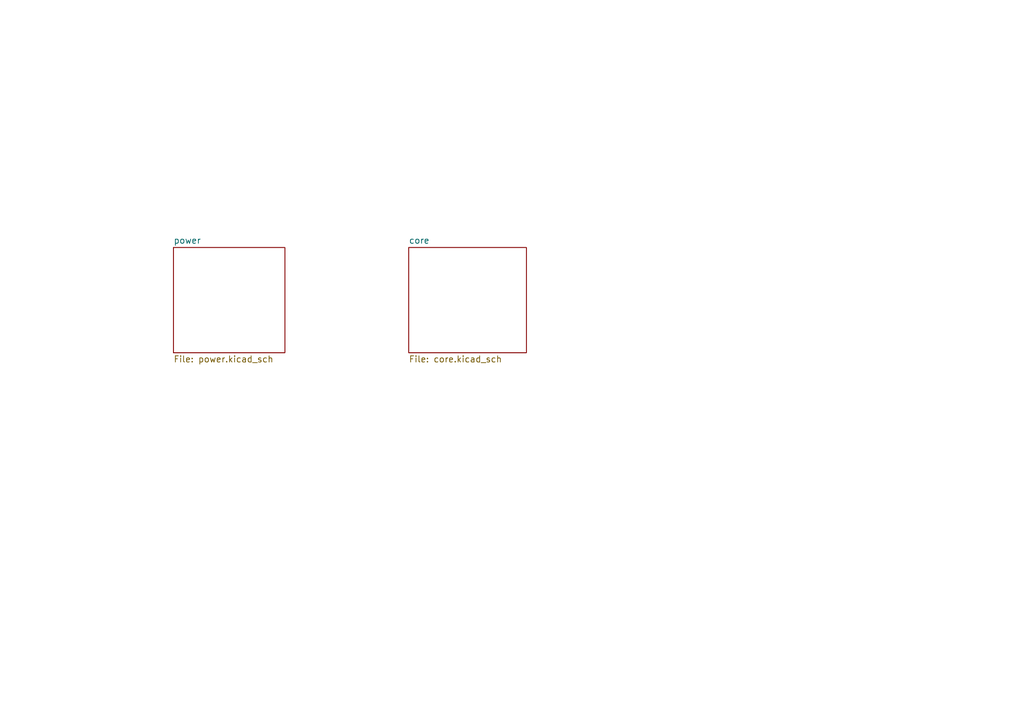
<source format=kicad_sch>
(kicad_sch
	(version 20250114)
	(generator "eeschema")
	(generator_version "9.0")
	(uuid "26aa5f2b-85c3-4c29-ab24-8349abfb6cd3")
	(paper "A5")
	(lib_symbols)
	(sheet
		(at 83.82 50.8)
		(size 24.13 21.59)
		(exclude_from_sim no)
		(in_bom yes)
		(on_board yes)
		(dnp no)
		(fields_autoplaced yes)
		(stroke
			(width 0.1524)
			(type solid)
		)
		(fill
			(color 0 0 0 0.0000)
		)
		(uuid "c43fb86a-db17-4bf6-8de8-c92205343498")
		(property "Sheetname" "core"
			(at 83.82 50.0884 0)
			(effects
				(font
					(size 1.27 1.27)
				)
				(justify left bottom)
			)
		)
		(property "Sheetfile" "core.kicad_sch"
			(at 83.82 72.9746 0)
			(effects
				(font
					(size 1.27 1.27)
				)
				(justify left top)
			)
		)
		(instances
			(project "max5719_breakout"
				(path "/26aa5f2b-85c3-4c29-ab24-8349abfb6cd3"
					(page "3")
				)
			)
		)
	)
	(sheet
		(at 35.56 50.8)
		(size 22.86 21.59)
		(exclude_from_sim no)
		(in_bom yes)
		(on_board yes)
		(dnp no)
		(fields_autoplaced yes)
		(stroke
			(width 0.1524)
			(type solid)
		)
		(fill
			(color 0 0 0 0.0000)
		)
		(uuid "e98c0b17-331c-419c-be97-dca62704c405")
		(property "Sheetname" "power"
			(at 35.56 50.0884 0)
			(effects
				(font
					(size 1.27 1.27)
				)
				(justify left bottom)
			)
		)
		(property "Sheetfile" "power.kicad_sch"
			(at 35.56 72.9746 0)
			(effects
				(font
					(size 1.27 1.27)
				)
				(justify left top)
			)
		)
		(instances
			(project "max5719_breakout"
				(path "/26aa5f2b-85c3-4c29-ab24-8349abfb6cd3"
					(page "2")
				)
			)
		)
	)
	(sheet_instances
		(path "/"
			(page "1")
		)
	)
	(embedded_fonts no)
)

</source>
